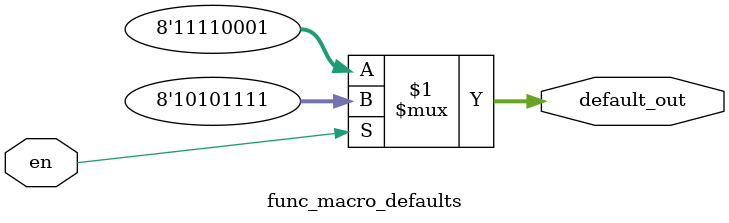
<source format=sv>
module func_macro_defaults (
    input logic en,
    output logic [7:0] default_out
);
    `define DEFAULT_CONST       8'hAA
    `define CALC(val, def=`DEFAULT_CONST) ((val) | (def))
    localparam logic [7:0] P_WITH_DEF     = `CALC(8'h0F);
    localparam logic [7:0] P_OVERRIDE_DEF = `CALC(8'hF0, 8'h11);
    assign default_out = en ? P_WITH_DEF : P_OVERRIDE_DEF;
endmodule


</source>
